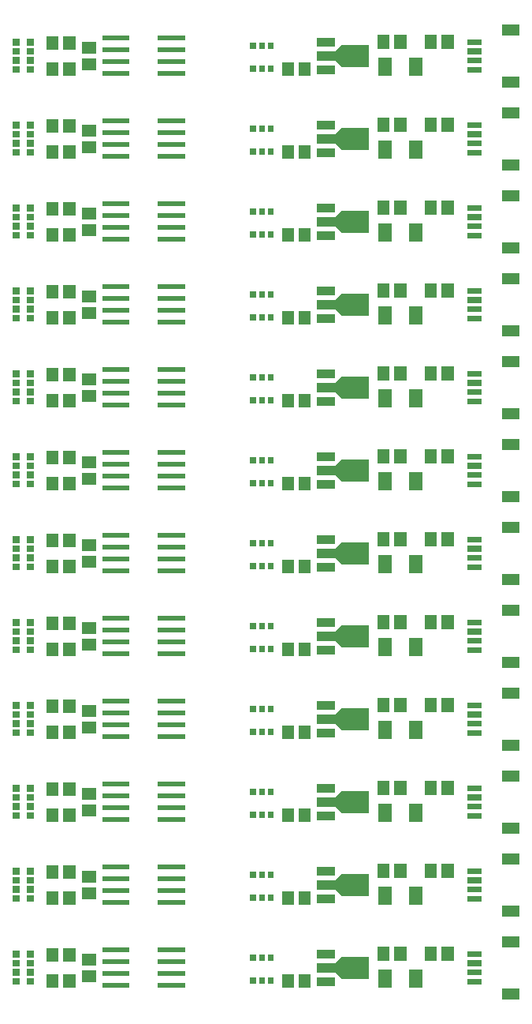
<source format=gbr>
G04 start of page 11 for group -4015 idx -4015 *
G04 Title: (unknown), toppaste *
G04 Creator: pcb 4.2.2 *
G04 CreationDate: Tue Dec 31 20:20:16 2024 UTC *
G04 For: ndholmes *
G04 Format: Gerber/RS-274X *
G04 PCB-Dimensions (mil): 3000.00 5500.00 *
G04 PCB-Coordinate-Origin: lower left *
%MOIN*%
%FSLAX25Y25*%
%LNTOPPASTE*%
%ADD54C,0.0001*%
G54D54*G36*
X228750Y466750D02*X223250D01*
Y459250D01*
X228750D01*
Y466750D01*
G37*
G36*
X215750D02*X210250D01*
Y459250D01*
X215750D01*
Y466750D01*
G37*
G36*
X85048Y466516D02*Y461398D01*
X90952D01*
Y466516D01*
X85048D01*
G37*
G36*
Y473602D02*Y468484D01*
X90952D01*
Y473602D01*
X85048D01*
G37*
G36*
X75016Y464952D02*X69898D01*
Y459048D01*
X75016D01*
Y464952D01*
G37*
G36*
X82102D02*X76984D01*
Y459048D01*
X82102D01*
Y464952D01*
G37*
G36*
X75016Y475952D02*X69898D01*
Y470048D01*
X75016D01*
Y475952D01*
G37*
G36*
X82102D02*X76984D01*
Y470048D01*
X82102D01*
Y475952D01*
G37*
G36*
X184126Y475296D02*Y471516D01*
X192000D01*
Y475296D01*
X184126D01*
G37*
G36*
Y469390D02*Y465610D01*
X199716D01*
Y469390D01*
X184126D01*
G37*
G36*
X194835Y472225D02*Y462775D01*
X206175D01*
Y472225D01*
X194835D01*
G37*
G36*
X196255Y470805D02*X194835Y472225D01*
X191995Y469385D01*
X193415Y467965D01*
X196255Y470805D01*
G37*
G36*
X193415Y467035D02*X191995Y465615D01*
X194835Y462775D01*
X196255Y464195D01*
X193415Y467035D01*
G37*
G36*
X184126Y463484D02*Y459704D01*
X192000D01*
Y463484D01*
X184126D01*
G37*
G36*
X181602Y464952D02*X176484D01*
Y459048D01*
X181602D01*
Y464952D01*
G37*
G36*
X174516D02*X169398D01*
Y459048D01*
X174516D01*
Y464952D01*
G37*
G36*
X215016Y476452D02*X209898D01*
Y470548D01*
X215016D01*
Y476452D01*
G37*
G36*
X222102D02*X216984D01*
Y470548D01*
X222102D01*
Y476452D01*
G37*
G36*
X235016D02*X229898D01*
Y470548D01*
X235016D01*
Y476452D01*
G37*
G36*
X242102D02*X236984D01*
Y470548D01*
X242102D01*
Y476452D01*
G37*
G36*
X96500Y476000D02*Y474000D01*
X105000D01*
Y476000D01*
X96500D01*
G37*
G36*
Y471000D02*Y469000D01*
X105000D01*
Y471000D01*
X96500D01*
G37*
G36*
Y466000D02*Y464000D01*
X105000D01*
Y466000D01*
X96500D01*
G37*
G36*
Y461000D02*Y459000D01*
X105000D01*
Y461000D01*
X96500D01*
G37*
G36*
X117000D02*Y459000D01*
X125500D01*
Y461000D01*
X117000D01*
G37*
G36*
Y466000D02*Y464000D01*
X125500D01*
Y466000D01*
X117000D01*
G37*
G36*
Y471000D02*Y469000D01*
X125500D01*
Y471000D01*
X117000D01*
G37*
G36*
Y476000D02*Y474000D01*
X125500D01*
Y476000D01*
X117000D01*
G37*
G36*
X93500D02*Y474000D01*
X102000D01*
Y476000D01*
X93500D01*
G37*
G36*
Y471000D02*Y469000D01*
X102000D01*
Y471000D01*
X93500D01*
G37*
G36*
Y466000D02*Y464000D01*
X102000D01*
Y466000D01*
X93500D01*
G37*
G36*
Y461000D02*Y459000D01*
X102000D01*
Y461000D01*
X93500D01*
G37*
G36*
X120000D02*Y459000D01*
X128500D01*
Y461000D01*
X120000D01*
G37*
G36*
Y466000D02*Y464000D01*
X128500D01*
Y466000D01*
X120000D01*
G37*
G36*
Y471000D02*Y469000D01*
X128500D01*
Y471000D01*
X120000D01*
G37*
G36*
Y476000D02*Y474000D01*
X128500D01*
Y476000D01*
X120000D01*
G37*
G36*
X61574Y463190D02*Y460354D01*
X64410D01*
Y463190D01*
X61574D01*
G37*
G36*
Y467008D02*Y464173D01*
X64410D01*
Y467008D01*
X61574D01*
G37*
G36*
Y470827D02*Y467992D01*
X64410D01*
Y470827D01*
X61574D01*
G37*
G36*
Y474646D02*Y471810D01*
X64410D01*
Y474646D01*
X61574D01*
G37*
G36*
X55590D02*Y471810D01*
X58426D01*
Y474646D01*
X55590D01*
G37*
G36*
Y470827D02*Y467992D01*
X58426D01*
Y470827D01*
X55590D01*
G37*
G36*
Y467008D02*Y464173D01*
X58426D01*
Y467008D01*
X55590D01*
G37*
G36*
Y463190D02*Y460354D01*
X58426D01*
Y463190D01*
X55590D01*
G37*
G36*
X247949Y462775D02*Y460413D01*
X254051D01*
Y462775D01*
X247949D01*
G37*
G36*
Y466712D02*Y464350D01*
X254051D01*
Y466712D01*
X247949D01*
G37*
G36*
Y470650D02*Y468288D01*
X254051D01*
Y470650D01*
X247949D01*
G37*
G36*
Y474587D02*Y472225D01*
X254051D01*
Y474587D01*
X247949D01*
G37*
G36*
X262713Y458838D02*Y454114D01*
X269799D01*
Y458838D01*
X262713D01*
G37*
G36*
Y480886D02*Y476162D01*
X269799D01*
Y480886D01*
X262713D01*
G37*
G36*
X165961Y473299D02*X163520D01*
Y470543D01*
X165961D01*
Y473299D01*
G37*
G36*
X162220D02*X159780D01*
Y470543D01*
X162220D01*
Y473299D01*
G37*
G36*
X158480D02*X156039D01*
Y470543D01*
X158480D01*
Y473299D01*
G37*
G36*
Y463457D02*X156039D01*
Y460701D01*
X158480D01*
Y463457D01*
G37*
G36*
X162220D02*X159780D01*
Y460701D01*
X162220D01*
Y463457D01*
G37*
G36*
X165961D02*X163520D01*
Y460701D01*
X165961D01*
Y463457D01*
G37*
G36*
X228750Y431750D02*X223250D01*
Y424250D01*
X228750D01*
Y431750D01*
G37*
G36*
X215750D02*X210250D01*
Y424250D01*
X215750D01*
Y431750D01*
G37*
G36*
X85048Y431516D02*Y426398D01*
X90952D01*
Y431516D01*
X85048D01*
G37*
G36*
Y438602D02*Y433484D01*
X90952D01*
Y438602D01*
X85048D01*
G37*
G36*
X75016Y429952D02*X69898D01*
Y424048D01*
X75016D01*
Y429952D01*
G37*
G36*
X82102D02*X76984D01*
Y424048D01*
X82102D01*
Y429952D01*
G37*
G36*
X75016Y440952D02*X69898D01*
Y435048D01*
X75016D01*
Y440952D01*
G37*
G36*
X82102D02*X76984D01*
Y435048D01*
X82102D01*
Y440952D01*
G37*
G36*
X184126Y440296D02*Y436516D01*
X192000D01*
Y440296D01*
X184126D01*
G37*
G36*
Y434390D02*Y430610D01*
X199716D01*
Y434390D01*
X184126D01*
G37*
G36*
X194835Y437225D02*Y427775D01*
X206175D01*
Y437225D01*
X194835D01*
G37*
G36*
X196255Y435805D02*X194835Y437225D01*
X191995Y434385D01*
X193415Y432965D01*
X196255Y435805D01*
G37*
G36*
X193415Y432035D02*X191995Y430615D01*
X194835Y427775D01*
X196255Y429195D01*
X193415Y432035D01*
G37*
G36*
X184126Y428484D02*Y424704D01*
X192000D01*
Y428484D01*
X184126D01*
G37*
G36*
X181602Y429952D02*X176484D01*
Y424048D01*
X181602D01*
Y429952D01*
G37*
G36*
X174516D02*X169398D01*
Y424048D01*
X174516D01*
Y429952D01*
G37*
G36*
X215016Y441452D02*X209898D01*
Y435548D01*
X215016D01*
Y441452D01*
G37*
G36*
X222102D02*X216984D01*
Y435548D01*
X222102D01*
Y441452D01*
G37*
G36*
X235016D02*X229898D01*
Y435548D01*
X235016D01*
Y441452D01*
G37*
G36*
X242102D02*X236984D01*
Y435548D01*
X242102D01*
Y441452D01*
G37*
G36*
X96500Y441000D02*Y439000D01*
X105000D01*
Y441000D01*
X96500D01*
G37*
G36*
Y436000D02*Y434000D01*
X105000D01*
Y436000D01*
X96500D01*
G37*
G36*
Y431000D02*Y429000D01*
X105000D01*
Y431000D01*
X96500D01*
G37*
G36*
Y426000D02*Y424000D01*
X105000D01*
Y426000D01*
X96500D01*
G37*
G36*
X117000D02*Y424000D01*
X125500D01*
Y426000D01*
X117000D01*
G37*
G36*
Y431000D02*Y429000D01*
X125500D01*
Y431000D01*
X117000D01*
G37*
G36*
Y436000D02*Y434000D01*
X125500D01*
Y436000D01*
X117000D01*
G37*
G36*
Y441000D02*Y439000D01*
X125500D01*
Y441000D01*
X117000D01*
G37*
G36*
X93500D02*Y439000D01*
X102000D01*
Y441000D01*
X93500D01*
G37*
G36*
Y436000D02*Y434000D01*
X102000D01*
Y436000D01*
X93500D01*
G37*
G36*
Y431000D02*Y429000D01*
X102000D01*
Y431000D01*
X93500D01*
G37*
G36*
Y426000D02*Y424000D01*
X102000D01*
Y426000D01*
X93500D01*
G37*
G36*
X120000D02*Y424000D01*
X128500D01*
Y426000D01*
X120000D01*
G37*
G36*
Y431000D02*Y429000D01*
X128500D01*
Y431000D01*
X120000D01*
G37*
G36*
Y436000D02*Y434000D01*
X128500D01*
Y436000D01*
X120000D01*
G37*
G36*
Y441000D02*Y439000D01*
X128500D01*
Y441000D01*
X120000D01*
G37*
G36*
X61574Y428190D02*Y425354D01*
X64410D01*
Y428190D01*
X61574D01*
G37*
G36*
Y432008D02*Y429173D01*
X64410D01*
Y432008D01*
X61574D01*
G37*
G36*
Y435827D02*Y432992D01*
X64410D01*
Y435827D01*
X61574D01*
G37*
G36*
Y439646D02*Y436810D01*
X64410D01*
Y439646D01*
X61574D01*
G37*
G36*
X55590D02*Y436810D01*
X58426D01*
Y439646D01*
X55590D01*
G37*
G36*
Y435827D02*Y432992D01*
X58426D01*
Y435827D01*
X55590D01*
G37*
G36*
Y432008D02*Y429173D01*
X58426D01*
Y432008D01*
X55590D01*
G37*
G36*
Y428190D02*Y425354D01*
X58426D01*
Y428190D01*
X55590D01*
G37*
G36*
X247949Y427775D02*Y425413D01*
X254051D01*
Y427775D01*
X247949D01*
G37*
G36*
Y431712D02*Y429350D01*
X254051D01*
Y431712D01*
X247949D01*
G37*
G36*
Y435650D02*Y433288D01*
X254051D01*
Y435650D01*
X247949D01*
G37*
G36*
Y439587D02*Y437225D01*
X254051D01*
Y439587D01*
X247949D01*
G37*
G36*
X262713Y423838D02*Y419114D01*
X269799D01*
Y423838D01*
X262713D01*
G37*
G36*
Y445886D02*Y441162D01*
X269799D01*
Y445886D01*
X262713D01*
G37*
G36*
X165961Y438299D02*X163520D01*
Y435543D01*
X165961D01*
Y438299D01*
G37*
G36*
X162220D02*X159780D01*
Y435543D01*
X162220D01*
Y438299D01*
G37*
G36*
X158480D02*X156039D01*
Y435543D01*
X158480D01*
Y438299D01*
G37*
G36*
Y428457D02*X156039D01*
Y425701D01*
X158480D01*
Y428457D01*
G37*
G36*
X162220D02*X159780D01*
Y425701D01*
X162220D01*
Y428457D01*
G37*
G36*
X165961D02*X163520D01*
Y425701D01*
X165961D01*
Y428457D01*
G37*
G36*
X228750Y396750D02*X223250D01*
Y389250D01*
X228750D01*
Y396750D01*
G37*
G36*
X215750D02*X210250D01*
Y389250D01*
X215750D01*
Y396750D01*
G37*
G36*
X85048Y396516D02*Y391398D01*
X90952D01*
Y396516D01*
X85048D01*
G37*
G36*
Y403602D02*Y398484D01*
X90952D01*
Y403602D01*
X85048D01*
G37*
G36*
X75016Y394952D02*X69898D01*
Y389048D01*
X75016D01*
Y394952D01*
G37*
G36*
X82102D02*X76984D01*
Y389048D01*
X82102D01*
Y394952D01*
G37*
G36*
X75016Y405952D02*X69898D01*
Y400048D01*
X75016D01*
Y405952D01*
G37*
G36*
X82102D02*X76984D01*
Y400048D01*
X82102D01*
Y405952D01*
G37*
G36*
X184126Y405296D02*Y401516D01*
X192000D01*
Y405296D01*
X184126D01*
G37*
G36*
Y399390D02*Y395610D01*
X199716D01*
Y399390D01*
X184126D01*
G37*
G36*
X194835Y402225D02*Y392775D01*
X206175D01*
Y402225D01*
X194835D01*
G37*
G36*
X196255Y400805D02*X194835Y402225D01*
X191995Y399385D01*
X193415Y397965D01*
X196255Y400805D01*
G37*
G36*
X193415Y397035D02*X191995Y395615D01*
X194835Y392775D01*
X196255Y394195D01*
X193415Y397035D01*
G37*
G36*
X184126Y393484D02*Y389704D01*
X192000D01*
Y393484D01*
X184126D01*
G37*
G36*
X181602Y394952D02*X176484D01*
Y389048D01*
X181602D01*
Y394952D01*
G37*
G36*
X174516D02*X169398D01*
Y389048D01*
X174516D01*
Y394952D01*
G37*
G36*
X215016Y406452D02*X209898D01*
Y400548D01*
X215016D01*
Y406452D01*
G37*
G36*
X222102D02*X216984D01*
Y400548D01*
X222102D01*
Y406452D01*
G37*
G36*
X235016D02*X229898D01*
Y400548D01*
X235016D01*
Y406452D01*
G37*
G36*
X242102D02*X236984D01*
Y400548D01*
X242102D01*
Y406452D01*
G37*
G36*
X96500Y406000D02*Y404000D01*
X105000D01*
Y406000D01*
X96500D01*
G37*
G36*
Y401000D02*Y399000D01*
X105000D01*
Y401000D01*
X96500D01*
G37*
G36*
Y396000D02*Y394000D01*
X105000D01*
Y396000D01*
X96500D01*
G37*
G36*
Y391000D02*Y389000D01*
X105000D01*
Y391000D01*
X96500D01*
G37*
G36*
X117000D02*Y389000D01*
X125500D01*
Y391000D01*
X117000D01*
G37*
G36*
Y396000D02*Y394000D01*
X125500D01*
Y396000D01*
X117000D01*
G37*
G36*
Y401000D02*Y399000D01*
X125500D01*
Y401000D01*
X117000D01*
G37*
G36*
Y406000D02*Y404000D01*
X125500D01*
Y406000D01*
X117000D01*
G37*
G36*
X93500D02*Y404000D01*
X102000D01*
Y406000D01*
X93500D01*
G37*
G36*
Y401000D02*Y399000D01*
X102000D01*
Y401000D01*
X93500D01*
G37*
G36*
Y396000D02*Y394000D01*
X102000D01*
Y396000D01*
X93500D01*
G37*
G36*
Y391000D02*Y389000D01*
X102000D01*
Y391000D01*
X93500D01*
G37*
G36*
X120000D02*Y389000D01*
X128500D01*
Y391000D01*
X120000D01*
G37*
G36*
Y396000D02*Y394000D01*
X128500D01*
Y396000D01*
X120000D01*
G37*
G36*
Y401000D02*Y399000D01*
X128500D01*
Y401000D01*
X120000D01*
G37*
G36*
Y406000D02*Y404000D01*
X128500D01*
Y406000D01*
X120000D01*
G37*
G36*
X61574Y393190D02*Y390354D01*
X64410D01*
Y393190D01*
X61574D01*
G37*
G36*
Y397008D02*Y394174D01*
X64410D01*
Y397008D01*
X61574D01*
G37*
G36*
Y400826D02*Y397992D01*
X64410D01*
Y400826D01*
X61574D01*
G37*
G36*
Y404646D02*Y401810D01*
X64410D01*
Y404646D01*
X61574D01*
G37*
G36*
X55590D02*Y401810D01*
X58426D01*
Y404646D01*
X55590D01*
G37*
G36*
Y400826D02*Y397992D01*
X58426D01*
Y400826D01*
X55590D01*
G37*
G36*
Y397008D02*Y394174D01*
X58426D01*
Y397008D01*
X55590D01*
G37*
G36*
Y393190D02*Y390354D01*
X58426D01*
Y393190D01*
X55590D01*
G37*
G36*
X247949Y392775D02*Y390413D01*
X254051D01*
Y392775D01*
X247949D01*
G37*
G36*
Y396712D02*Y394350D01*
X254051D01*
Y396712D01*
X247949D01*
G37*
G36*
Y400650D02*Y398288D01*
X254051D01*
Y400650D01*
X247949D01*
G37*
G36*
Y404587D02*Y402225D01*
X254051D01*
Y404587D01*
X247949D01*
G37*
G36*
X262713Y388838D02*Y384114D01*
X269799D01*
Y388838D01*
X262713D01*
G37*
G36*
Y410886D02*Y406162D01*
X269799D01*
Y410886D01*
X262713D01*
G37*
G36*
X165961Y403299D02*X163520D01*
Y400543D01*
X165961D01*
Y403299D01*
G37*
G36*
X162220D02*X159780D01*
Y400543D01*
X162220D01*
Y403299D01*
G37*
G36*
X158480D02*X156039D01*
Y400543D01*
X158480D01*
Y403299D01*
G37*
G36*
Y393457D02*X156039D01*
Y390701D01*
X158480D01*
Y393457D01*
G37*
G36*
X162220D02*X159780D01*
Y390701D01*
X162220D01*
Y393457D01*
G37*
G36*
X165961D02*X163520D01*
Y390701D01*
X165961D01*
Y393457D01*
G37*
G36*
X228750Y361750D02*X223250D01*
Y354250D01*
X228750D01*
Y361750D01*
G37*
G36*
X215750D02*X210250D01*
Y354250D01*
X215750D01*
Y361750D01*
G37*
G36*
X85048Y361516D02*Y356398D01*
X90952D01*
Y361516D01*
X85048D01*
G37*
G36*
Y368602D02*Y363484D01*
X90952D01*
Y368602D01*
X85048D01*
G37*
G36*
X75016Y359952D02*X69898D01*
Y354048D01*
X75016D01*
Y359952D01*
G37*
G36*
X82102D02*X76984D01*
Y354048D01*
X82102D01*
Y359952D01*
G37*
G36*
X75016Y370952D02*X69898D01*
Y365048D01*
X75016D01*
Y370952D01*
G37*
G36*
X82102D02*X76984D01*
Y365048D01*
X82102D01*
Y370952D01*
G37*
G36*
X184126Y370296D02*Y366516D01*
X192000D01*
Y370296D01*
X184126D01*
G37*
G36*
Y364390D02*Y360610D01*
X199716D01*
Y364390D01*
X184126D01*
G37*
G36*
X194835Y367225D02*Y357775D01*
X206175D01*
Y367225D01*
X194835D01*
G37*
G36*
X196255Y365805D02*X194835Y367225D01*
X191995Y364385D01*
X193415Y362965D01*
X196255Y365805D01*
G37*
G36*
X193415Y362035D02*X191995Y360615D01*
X194835Y357775D01*
X196255Y359195D01*
X193415Y362035D01*
G37*
G36*
X184126Y358484D02*Y354704D01*
X192000D01*
Y358484D01*
X184126D01*
G37*
G36*
X181602Y359952D02*X176484D01*
Y354048D01*
X181602D01*
Y359952D01*
G37*
G36*
X174516D02*X169398D01*
Y354048D01*
X174516D01*
Y359952D01*
G37*
G36*
X215016Y371452D02*X209898D01*
Y365548D01*
X215016D01*
Y371452D01*
G37*
G36*
X222102D02*X216984D01*
Y365548D01*
X222102D01*
Y371452D01*
G37*
G36*
X235016D02*X229898D01*
Y365548D01*
X235016D01*
Y371452D01*
G37*
G36*
X242102D02*X236984D01*
Y365548D01*
X242102D01*
Y371452D01*
G37*
G36*
X96500Y371000D02*Y369000D01*
X105000D01*
Y371000D01*
X96500D01*
G37*
G36*
Y366000D02*Y364000D01*
X105000D01*
Y366000D01*
X96500D01*
G37*
G36*
Y361000D02*Y359000D01*
X105000D01*
Y361000D01*
X96500D01*
G37*
G36*
Y356000D02*Y354000D01*
X105000D01*
Y356000D01*
X96500D01*
G37*
G36*
X117000D02*Y354000D01*
X125500D01*
Y356000D01*
X117000D01*
G37*
G36*
Y361000D02*Y359000D01*
X125500D01*
Y361000D01*
X117000D01*
G37*
G36*
Y366000D02*Y364000D01*
X125500D01*
Y366000D01*
X117000D01*
G37*
G36*
Y371000D02*Y369000D01*
X125500D01*
Y371000D01*
X117000D01*
G37*
G36*
X93500D02*Y369000D01*
X102000D01*
Y371000D01*
X93500D01*
G37*
G36*
Y366000D02*Y364000D01*
X102000D01*
Y366000D01*
X93500D01*
G37*
G36*
Y361000D02*Y359000D01*
X102000D01*
Y361000D01*
X93500D01*
G37*
G36*
Y356000D02*Y354000D01*
X102000D01*
Y356000D01*
X93500D01*
G37*
G36*
X120000D02*Y354000D01*
X128500D01*
Y356000D01*
X120000D01*
G37*
G36*
Y361000D02*Y359000D01*
X128500D01*
Y361000D01*
X120000D01*
G37*
G36*
Y366000D02*Y364000D01*
X128500D01*
Y366000D01*
X120000D01*
G37*
G36*
Y371000D02*Y369000D01*
X128500D01*
Y371000D01*
X120000D01*
G37*
G36*
X61574Y358190D02*Y355354D01*
X64410D01*
Y358190D01*
X61574D01*
G37*
G36*
Y362008D02*Y359174D01*
X64410D01*
Y362008D01*
X61574D01*
G37*
G36*
Y365826D02*Y362992D01*
X64410D01*
Y365826D01*
X61574D01*
G37*
G36*
Y369646D02*Y366810D01*
X64410D01*
Y369646D01*
X61574D01*
G37*
G36*
X55590D02*Y366810D01*
X58426D01*
Y369646D01*
X55590D01*
G37*
G36*
Y365826D02*Y362992D01*
X58426D01*
Y365826D01*
X55590D01*
G37*
G36*
Y362008D02*Y359174D01*
X58426D01*
Y362008D01*
X55590D01*
G37*
G36*
Y358190D02*Y355354D01*
X58426D01*
Y358190D01*
X55590D01*
G37*
G36*
X247949Y357775D02*Y355413D01*
X254051D01*
Y357775D01*
X247949D01*
G37*
G36*
Y361712D02*Y359350D01*
X254051D01*
Y361712D01*
X247949D01*
G37*
G36*
Y365650D02*Y363288D01*
X254051D01*
Y365650D01*
X247949D01*
G37*
G36*
Y369587D02*Y367225D01*
X254051D01*
Y369587D01*
X247949D01*
G37*
G36*
X262713Y353838D02*Y349114D01*
X269799D01*
Y353838D01*
X262713D01*
G37*
G36*
Y375886D02*Y371162D01*
X269799D01*
Y375886D01*
X262713D01*
G37*
G36*
X165961Y368299D02*X163520D01*
Y365543D01*
X165961D01*
Y368299D01*
G37*
G36*
X162220D02*X159780D01*
Y365543D01*
X162220D01*
Y368299D01*
G37*
G36*
X158480D02*X156039D01*
Y365543D01*
X158480D01*
Y368299D01*
G37*
G36*
Y358457D02*X156039D01*
Y355701D01*
X158480D01*
Y358457D01*
G37*
G36*
X162220D02*X159780D01*
Y355701D01*
X162220D01*
Y358457D01*
G37*
G36*
X165961D02*X163520D01*
Y355701D01*
X165961D01*
Y358457D01*
G37*
G36*
X228750Y326750D02*X223250D01*
Y319250D01*
X228750D01*
Y326750D01*
G37*
G36*
X215750D02*X210250D01*
Y319250D01*
X215750D01*
Y326750D01*
G37*
G36*
X85048Y326516D02*Y321398D01*
X90952D01*
Y326516D01*
X85048D01*
G37*
G36*
Y333602D02*Y328484D01*
X90952D01*
Y333602D01*
X85048D01*
G37*
G36*
X75016Y324952D02*X69898D01*
Y319048D01*
X75016D01*
Y324952D01*
G37*
G36*
X82102D02*X76984D01*
Y319048D01*
X82102D01*
Y324952D01*
G37*
G36*
X75016Y335952D02*X69898D01*
Y330048D01*
X75016D01*
Y335952D01*
G37*
G36*
X82102D02*X76984D01*
Y330048D01*
X82102D01*
Y335952D01*
G37*
G36*
X184126Y335296D02*Y331516D01*
X192000D01*
Y335296D01*
X184126D01*
G37*
G36*
Y329390D02*Y325610D01*
X199716D01*
Y329390D01*
X184126D01*
G37*
G36*
X194835Y332225D02*Y322775D01*
X206175D01*
Y332225D01*
X194835D01*
G37*
G36*
X196255Y330805D02*X194835Y332225D01*
X191995Y329385D01*
X193415Y327965D01*
X196255Y330805D01*
G37*
G36*
X193415Y327035D02*X191995Y325615D01*
X194835Y322775D01*
X196255Y324195D01*
X193415Y327035D01*
G37*
G36*
X184126Y323484D02*Y319704D01*
X192000D01*
Y323484D01*
X184126D01*
G37*
G36*
X181602Y324952D02*X176484D01*
Y319048D01*
X181602D01*
Y324952D01*
G37*
G36*
X174516D02*X169398D01*
Y319048D01*
X174516D01*
Y324952D01*
G37*
G36*
X215016Y336452D02*X209898D01*
Y330548D01*
X215016D01*
Y336452D01*
G37*
G36*
X222102D02*X216984D01*
Y330548D01*
X222102D01*
Y336452D01*
G37*
G36*
X235016D02*X229898D01*
Y330548D01*
X235016D01*
Y336452D01*
G37*
G36*
X242102D02*X236984D01*
Y330548D01*
X242102D01*
Y336452D01*
G37*
G36*
X96500Y336000D02*Y334000D01*
X105000D01*
Y336000D01*
X96500D01*
G37*
G36*
Y331000D02*Y329000D01*
X105000D01*
Y331000D01*
X96500D01*
G37*
G36*
Y326000D02*Y324000D01*
X105000D01*
Y326000D01*
X96500D01*
G37*
G36*
Y321000D02*Y319000D01*
X105000D01*
Y321000D01*
X96500D01*
G37*
G36*
X117000D02*Y319000D01*
X125500D01*
Y321000D01*
X117000D01*
G37*
G36*
Y326000D02*Y324000D01*
X125500D01*
Y326000D01*
X117000D01*
G37*
G36*
Y331000D02*Y329000D01*
X125500D01*
Y331000D01*
X117000D01*
G37*
G36*
Y336000D02*Y334000D01*
X125500D01*
Y336000D01*
X117000D01*
G37*
G36*
X93500D02*Y334000D01*
X102000D01*
Y336000D01*
X93500D01*
G37*
G36*
Y331000D02*Y329000D01*
X102000D01*
Y331000D01*
X93500D01*
G37*
G36*
Y326000D02*Y324000D01*
X102000D01*
Y326000D01*
X93500D01*
G37*
G36*
Y321000D02*Y319000D01*
X102000D01*
Y321000D01*
X93500D01*
G37*
G36*
X120000D02*Y319000D01*
X128500D01*
Y321000D01*
X120000D01*
G37*
G36*
Y326000D02*Y324000D01*
X128500D01*
Y326000D01*
X120000D01*
G37*
G36*
Y331000D02*Y329000D01*
X128500D01*
Y331000D01*
X120000D01*
G37*
G36*
Y336000D02*Y334000D01*
X128500D01*
Y336000D01*
X120000D01*
G37*
G36*
X61574Y323190D02*Y320354D01*
X64410D01*
Y323190D01*
X61574D01*
G37*
G36*
Y327008D02*Y324174D01*
X64410D01*
Y327008D01*
X61574D01*
G37*
G36*
Y330826D02*Y327992D01*
X64410D01*
Y330826D01*
X61574D01*
G37*
G36*
Y334646D02*Y331810D01*
X64410D01*
Y334646D01*
X61574D01*
G37*
G36*
X55590D02*Y331810D01*
X58426D01*
Y334646D01*
X55590D01*
G37*
G36*
Y330826D02*Y327992D01*
X58426D01*
Y330826D01*
X55590D01*
G37*
G36*
Y327008D02*Y324174D01*
X58426D01*
Y327008D01*
X55590D01*
G37*
G36*
Y323190D02*Y320354D01*
X58426D01*
Y323190D01*
X55590D01*
G37*
G36*
X247949Y322775D02*Y320413D01*
X254051D01*
Y322775D01*
X247949D01*
G37*
G36*
Y326712D02*Y324350D01*
X254051D01*
Y326712D01*
X247949D01*
G37*
G36*
Y330650D02*Y328288D01*
X254051D01*
Y330650D01*
X247949D01*
G37*
G36*
Y334587D02*Y332225D01*
X254051D01*
Y334587D01*
X247949D01*
G37*
G36*
X262713Y318838D02*Y314114D01*
X269799D01*
Y318838D01*
X262713D01*
G37*
G36*
Y340886D02*Y336162D01*
X269799D01*
Y340886D01*
X262713D01*
G37*
G36*
X165961Y333299D02*X163520D01*
Y330543D01*
X165961D01*
Y333299D01*
G37*
G36*
X162220D02*X159780D01*
Y330543D01*
X162220D01*
Y333299D01*
G37*
G36*
X158480D02*X156039D01*
Y330543D01*
X158480D01*
Y333299D01*
G37*
G36*
Y323457D02*X156039D01*
Y320701D01*
X158480D01*
Y323457D01*
G37*
G36*
X162220D02*X159780D01*
Y320701D01*
X162220D01*
Y323457D01*
G37*
G36*
X165961D02*X163520D01*
Y320701D01*
X165961D01*
Y323457D01*
G37*
G36*
X228750Y291750D02*X223250D01*
Y284250D01*
X228750D01*
Y291750D01*
G37*
G36*
X215750D02*X210250D01*
Y284250D01*
X215750D01*
Y291750D01*
G37*
G36*
X85048Y291516D02*Y286398D01*
X90952D01*
Y291516D01*
X85048D01*
G37*
G36*
Y298602D02*Y293484D01*
X90952D01*
Y298602D01*
X85048D01*
G37*
G36*
X75016Y289952D02*X69898D01*
Y284048D01*
X75016D01*
Y289952D01*
G37*
G36*
X82102D02*X76984D01*
Y284048D01*
X82102D01*
Y289952D01*
G37*
G36*
X75016Y300952D02*X69898D01*
Y295048D01*
X75016D01*
Y300952D01*
G37*
G36*
X82102D02*X76984D01*
Y295048D01*
X82102D01*
Y300952D01*
G37*
G36*
X184126Y300296D02*Y296516D01*
X192000D01*
Y300296D01*
X184126D01*
G37*
G36*
Y294390D02*Y290610D01*
X199716D01*
Y294390D01*
X184126D01*
G37*
G36*
X194835Y297225D02*Y287775D01*
X206175D01*
Y297225D01*
X194835D01*
G37*
G36*
X196255Y295805D02*X194835Y297225D01*
X191995Y294385D01*
X193415Y292965D01*
X196255Y295805D01*
G37*
G36*
X193415Y292035D02*X191995Y290615D01*
X194835Y287775D01*
X196255Y289195D01*
X193415Y292035D01*
G37*
G36*
X184126Y288484D02*Y284704D01*
X192000D01*
Y288484D01*
X184126D01*
G37*
G36*
X181602Y289952D02*X176484D01*
Y284048D01*
X181602D01*
Y289952D01*
G37*
G36*
X174516D02*X169398D01*
Y284048D01*
X174516D01*
Y289952D01*
G37*
G36*
X215016Y301452D02*X209898D01*
Y295548D01*
X215016D01*
Y301452D01*
G37*
G36*
X222102D02*X216984D01*
Y295548D01*
X222102D01*
Y301452D01*
G37*
G36*
X235016D02*X229898D01*
Y295548D01*
X235016D01*
Y301452D01*
G37*
G36*
X242102D02*X236984D01*
Y295548D01*
X242102D01*
Y301452D01*
G37*
G36*
X96500Y301000D02*Y299000D01*
X105000D01*
Y301000D01*
X96500D01*
G37*
G36*
Y296000D02*Y294000D01*
X105000D01*
Y296000D01*
X96500D01*
G37*
G36*
Y291000D02*Y289000D01*
X105000D01*
Y291000D01*
X96500D01*
G37*
G36*
Y286000D02*Y284000D01*
X105000D01*
Y286000D01*
X96500D01*
G37*
G36*
X117000D02*Y284000D01*
X125500D01*
Y286000D01*
X117000D01*
G37*
G36*
Y291000D02*Y289000D01*
X125500D01*
Y291000D01*
X117000D01*
G37*
G36*
Y296000D02*Y294000D01*
X125500D01*
Y296000D01*
X117000D01*
G37*
G36*
Y301000D02*Y299000D01*
X125500D01*
Y301000D01*
X117000D01*
G37*
G36*
X93500D02*Y299000D01*
X102000D01*
Y301000D01*
X93500D01*
G37*
G36*
Y296000D02*Y294000D01*
X102000D01*
Y296000D01*
X93500D01*
G37*
G36*
Y291000D02*Y289000D01*
X102000D01*
Y291000D01*
X93500D01*
G37*
G36*
Y286000D02*Y284000D01*
X102000D01*
Y286000D01*
X93500D01*
G37*
G36*
X120000D02*Y284000D01*
X128500D01*
Y286000D01*
X120000D01*
G37*
G36*
Y291000D02*Y289000D01*
X128500D01*
Y291000D01*
X120000D01*
G37*
G36*
Y296000D02*Y294000D01*
X128500D01*
Y296000D01*
X120000D01*
G37*
G36*
Y301000D02*Y299000D01*
X128500D01*
Y301000D01*
X120000D01*
G37*
G36*
X61574Y288190D02*Y285354D01*
X64410D01*
Y288190D01*
X61574D01*
G37*
G36*
Y292008D02*Y289174D01*
X64410D01*
Y292008D01*
X61574D01*
G37*
G36*
Y295826D02*Y292992D01*
X64410D01*
Y295826D01*
X61574D01*
G37*
G36*
Y299646D02*Y296810D01*
X64410D01*
Y299646D01*
X61574D01*
G37*
G36*
X55590D02*Y296810D01*
X58426D01*
Y299646D01*
X55590D01*
G37*
G36*
Y295826D02*Y292992D01*
X58426D01*
Y295826D01*
X55590D01*
G37*
G36*
Y292008D02*Y289174D01*
X58426D01*
Y292008D01*
X55590D01*
G37*
G36*
Y288190D02*Y285354D01*
X58426D01*
Y288190D01*
X55590D01*
G37*
G36*
X247949Y287775D02*Y285413D01*
X254051D01*
Y287775D01*
X247949D01*
G37*
G36*
Y291712D02*Y289350D01*
X254051D01*
Y291712D01*
X247949D01*
G37*
G36*
Y295650D02*Y293288D01*
X254051D01*
Y295650D01*
X247949D01*
G37*
G36*
Y299587D02*Y297225D01*
X254051D01*
Y299587D01*
X247949D01*
G37*
G36*
X262713Y283838D02*Y279114D01*
X269799D01*
Y283838D01*
X262713D01*
G37*
G36*
Y305886D02*Y301162D01*
X269799D01*
Y305886D01*
X262713D01*
G37*
G36*
X165961Y298299D02*X163520D01*
Y295543D01*
X165961D01*
Y298299D01*
G37*
G36*
X162220D02*X159780D01*
Y295543D01*
X162220D01*
Y298299D01*
G37*
G36*
X158480D02*X156039D01*
Y295543D01*
X158480D01*
Y298299D01*
G37*
G36*
Y288457D02*X156039D01*
Y285701D01*
X158480D01*
Y288457D01*
G37*
G36*
X162220D02*X159780D01*
Y285701D01*
X162220D01*
Y288457D01*
G37*
G36*
X165961D02*X163520D01*
Y285701D01*
X165961D01*
Y288457D01*
G37*
G36*
X228750Y256750D02*X223250D01*
Y249250D01*
X228750D01*
Y256750D01*
G37*
G36*
X215750D02*X210250D01*
Y249250D01*
X215750D01*
Y256750D01*
G37*
G36*
X85048Y256516D02*Y251398D01*
X90952D01*
Y256516D01*
X85048D01*
G37*
G36*
Y263602D02*Y258484D01*
X90952D01*
Y263602D01*
X85048D01*
G37*
G36*
X75016Y254952D02*X69898D01*
Y249048D01*
X75016D01*
Y254952D01*
G37*
G36*
X82102D02*X76984D01*
Y249048D01*
X82102D01*
Y254952D01*
G37*
G36*
X75016Y265952D02*X69898D01*
Y260048D01*
X75016D01*
Y265952D01*
G37*
G36*
X82102D02*X76984D01*
Y260048D01*
X82102D01*
Y265952D01*
G37*
G36*
X184126Y265296D02*Y261516D01*
X192000D01*
Y265296D01*
X184126D01*
G37*
G36*
Y259390D02*Y255610D01*
X199716D01*
Y259390D01*
X184126D01*
G37*
G36*
X194835Y262225D02*Y252775D01*
X206175D01*
Y262225D01*
X194835D01*
G37*
G36*
X196255Y260805D02*X194835Y262225D01*
X191995Y259385D01*
X193415Y257965D01*
X196255Y260805D01*
G37*
G36*
X193415Y257035D02*X191995Y255615D01*
X194835Y252775D01*
X196255Y254195D01*
X193415Y257035D01*
G37*
G36*
X184126Y253484D02*Y249704D01*
X192000D01*
Y253484D01*
X184126D01*
G37*
G36*
X181602Y254952D02*X176484D01*
Y249048D01*
X181602D01*
Y254952D01*
G37*
G36*
X174516D02*X169398D01*
Y249048D01*
X174516D01*
Y254952D01*
G37*
G36*
X215016Y266452D02*X209898D01*
Y260548D01*
X215016D01*
Y266452D01*
G37*
G36*
X222102D02*X216984D01*
Y260548D01*
X222102D01*
Y266452D01*
G37*
G36*
X235016D02*X229898D01*
Y260548D01*
X235016D01*
Y266452D01*
G37*
G36*
X242102D02*X236984D01*
Y260548D01*
X242102D01*
Y266452D01*
G37*
G36*
X96500Y266000D02*Y264000D01*
X105000D01*
Y266000D01*
X96500D01*
G37*
G36*
Y261000D02*Y259000D01*
X105000D01*
Y261000D01*
X96500D01*
G37*
G36*
Y256000D02*Y254000D01*
X105000D01*
Y256000D01*
X96500D01*
G37*
G36*
Y251000D02*Y249000D01*
X105000D01*
Y251000D01*
X96500D01*
G37*
G36*
X117000D02*Y249000D01*
X125500D01*
Y251000D01*
X117000D01*
G37*
G36*
Y256000D02*Y254000D01*
X125500D01*
Y256000D01*
X117000D01*
G37*
G36*
Y261000D02*Y259000D01*
X125500D01*
Y261000D01*
X117000D01*
G37*
G36*
Y266000D02*Y264000D01*
X125500D01*
Y266000D01*
X117000D01*
G37*
G36*
X93500D02*Y264000D01*
X102000D01*
Y266000D01*
X93500D01*
G37*
G36*
Y261000D02*Y259000D01*
X102000D01*
Y261000D01*
X93500D01*
G37*
G36*
Y256000D02*Y254000D01*
X102000D01*
Y256000D01*
X93500D01*
G37*
G36*
Y251000D02*Y249000D01*
X102000D01*
Y251000D01*
X93500D01*
G37*
G36*
X120000D02*Y249000D01*
X128500D01*
Y251000D01*
X120000D01*
G37*
G36*
Y256000D02*Y254000D01*
X128500D01*
Y256000D01*
X120000D01*
G37*
G36*
Y261000D02*Y259000D01*
X128500D01*
Y261000D01*
X120000D01*
G37*
G36*
Y266000D02*Y264000D01*
X128500D01*
Y266000D01*
X120000D01*
G37*
G36*
X61574Y253190D02*Y250354D01*
X64410D01*
Y253190D01*
X61574D01*
G37*
G36*
Y257008D02*Y254174D01*
X64410D01*
Y257008D01*
X61574D01*
G37*
G36*
Y260826D02*Y257992D01*
X64410D01*
Y260826D01*
X61574D01*
G37*
G36*
Y264646D02*Y261810D01*
X64410D01*
Y264646D01*
X61574D01*
G37*
G36*
X55590D02*Y261810D01*
X58426D01*
Y264646D01*
X55590D01*
G37*
G36*
Y260826D02*Y257992D01*
X58426D01*
Y260826D01*
X55590D01*
G37*
G36*
Y257008D02*Y254174D01*
X58426D01*
Y257008D01*
X55590D01*
G37*
G36*
Y253190D02*Y250354D01*
X58426D01*
Y253190D01*
X55590D01*
G37*
G36*
X247949Y252775D02*Y250413D01*
X254051D01*
Y252775D01*
X247949D01*
G37*
G36*
Y256712D02*Y254350D01*
X254051D01*
Y256712D01*
X247949D01*
G37*
G36*
Y260650D02*Y258288D01*
X254051D01*
Y260650D01*
X247949D01*
G37*
G36*
Y264587D02*Y262225D01*
X254051D01*
Y264587D01*
X247949D01*
G37*
G36*
X262713Y248838D02*Y244114D01*
X269799D01*
Y248838D01*
X262713D01*
G37*
G36*
Y270886D02*Y266162D01*
X269799D01*
Y270886D01*
X262713D01*
G37*
G36*
X165961Y263299D02*X163520D01*
Y260543D01*
X165961D01*
Y263299D01*
G37*
G36*
X162220D02*X159780D01*
Y260543D01*
X162220D01*
Y263299D01*
G37*
G36*
X158480D02*X156039D01*
Y260543D01*
X158480D01*
Y263299D01*
G37*
G36*
Y253457D02*X156039D01*
Y250701D01*
X158480D01*
Y253457D01*
G37*
G36*
X162220D02*X159780D01*
Y250701D01*
X162220D01*
Y253457D01*
G37*
G36*
X165961D02*X163520D01*
Y250701D01*
X165961D01*
Y253457D01*
G37*
G36*
X228750Y221750D02*X223250D01*
Y214250D01*
X228750D01*
Y221750D01*
G37*
G36*
X215750D02*X210250D01*
Y214250D01*
X215750D01*
Y221750D01*
G37*
G36*
X85048Y221516D02*Y216398D01*
X90952D01*
Y221516D01*
X85048D01*
G37*
G36*
Y228602D02*Y223484D01*
X90952D01*
Y228602D01*
X85048D01*
G37*
G36*
X75016Y219952D02*X69898D01*
Y214048D01*
X75016D01*
Y219952D01*
G37*
G36*
X82102D02*X76984D01*
Y214048D01*
X82102D01*
Y219952D01*
G37*
G36*
X75016Y230952D02*X69898D01*
Y225048D01*
X75016D01*
Y230952D01*
G37*
G36*
X82102D02*X76984D01*
Y225048D01*
X82102D01*
Y230952D01*
G37*
G36*
X184126Y230296D02*Y226516D01*
X192000D01*
Y230296D01*
X184126D01*
G37*
G36*
Y224390D02*Y220610D01*
X199716D01*
Y224390D01*
X184126D01*
G37*
G36*
X194835Y227225D02*Y217775D01*
X206175D01*
Y227225D01*
X194835D01*
G37*
G36*
X196255Y225805D02*X194835Y227225D01*
X191995Y224385D01*
X193415Y222965D01*
X196255Y225805D01*
G37*
G36*
X193415Y222035D02*X191995Y220615D01*
X194835Y217775D01*
X196255Y219195D01*
X193415Y222035D01*
G37*
G36*
X184126Y218484D02*Y214704D01*
X192000D01*
Y218484D01*
X184126D01*
G37*
G36*
X181602Y219952D02*X176484D01*
Y214048D01*
X181602D01*
Y219952D01*
G37*
G36*
X174516D02*X169398D01*
Y214048D01*
X174516D01*
Y219952D01*
G37*
G36*
X215016Y231452D02*X209898D01*
Y225548D01*
X215016D01*
Y231452D01*
G37*
G36*
X222102D02*X216984D01*
Y225548D01*
X222102D01*
Y231452D01*
G37*
G36*
X235016D02*X229898D01*
Y225548D01*
X235016D01*
Y231452D01*
G37*
G36*
X242102D02*X236984D01*
Y225548D01*
X242102D01*
Y231452D01*
G37*
G36*
X96500Y231000D02*Y229000D01*
X105000D01*
Y231000D01*
X96500D01*
G37*
G36*
Y226000D02*Y224000D01*
X105000D01*
Y226000D01*
X96500D01*
G37*
G36*
Y221000D02*Y219000D01*
X105000D01*
Y221000D01*
X96500D01*
G37*
G36*
Y216000D02*Y214000D01*
X105000D01*
Y216000D01*
X96500D01*
G37*
G36*
X117000D02*Y214000D01*
X125500D01*
Y216000D01*
X117000D01*
G37*
G36*
Y221000D02*Y219000D01*
X125500D01*
Y221000D01*
X117000D01*
G37*
G36*
Y226000D02*Y224000D01*
X125500D01*
Y226000D01*
X117000D01*
G37*
G36*
Y231000D02*Y229000D01*
X125500D01*
Y231000D01*
X117000D01*
G37*
G36*
X93500D02*Y229000D01*
X102000D01*
Y231000D01*
X93500D01*
G37*
G36*
Y226000D02*Y224000D01*
X102000D01*
Y226000D01*
X93500D01*
G37*
G36*
Y221000D02*Y219000D01*
X102000D01*
Y221000D01*
X93500D01*
G37*
G36*
Y216000D02*Y214000D01*
X102000D01*
Y216000D01*
X93500D01*
G37*
G36*
X120000D02*Y214000D01*
X128500D01*
Y216000D01*
X120000D01*
G37*
G36*
Y221000D02*Y219000D01*
X128500D01*
Y221000D01*
X120000D01*
G37*
G36*
Y226000D02*Y224000D01*
X128500D01*
Y226000D01*
X120000D01*
G37*
G36*
Y231000D02*Y229000D01*
X128500D01*
Y231000D01*
X120000D01*
G37*
G36*
X61574Y218190D02*Y215354D01*
X64410D01*
Y218190D01*
X61574D01*
G37*
G36*
Y222008D02*Y219174D01*
X64410D01*
Y222008D01*
X61574D01*
G37*
G36*
Y225826D02*Y222992D01*
X64410D01*
Y225826D01*
X61574D01*
G37*
G36*
Y229646D02*Y226810D01*
X64410D01*
Y229646D01*
X61574D01*
G37*
G36*
X55590D02*Y226810D01*
X58426D01*
Y229646D01*
X55590D01*
G37*
G36*
Y225826D02*Y222992D01*
X58426D01*
Y225826D01*
X55590D01*
G37*
G36*
Y222008D02*Y219174D01*
X58426D01*
Y222008D01*
X55590D01*
G37*
G36*
Y218190D02*Y215354D01*
X58426D01*
Y218190D01*
X55590D01*
G37*
G36*
X247949Y217775D02*Y215413D01*
X254051D01*
Y217775D01*
X247949D01*
G37*
G36*
Y221712D02*Y219350D01*
X254051D01*
Y221712D01*
X247949D01*
G37*
G36*
Y225650D02*Y223288D01*
X254051D01*
Y225650D01*
X247949D01*
G37*
G36*
Y229587D02*Y227225D01*
X254051D01*
Y229587D01*
X247949D01*
G37*
G36*
X262713Y213838D02*Y209114D01*
X269799D01*
Y213838D01*
X262713D01*
G37*
G36*
Y235886D02*Y231162D01*
X269799D01*
Y235886D01*
X262713D01*
G37*
G36*
X165961Y228299D02*X163520D01*
Y225543D01*
X165961D01*
Y228299D01*
G37*
G36*
X162220D02*X159780D01*
Y225543D01*
X162220D01*
Y228299D01*
G37*
G36*
X158480D02*X156039D01*
Y225543D01*
X158480D01*
Y228299D01*
G37*
G36*
Y218457D02*X156039D01*
Y215701D01*
X158480D01*
Y218457D01*
G37*
G36*
X162220D02*X159780D01*
Y215701D01*
X162220D01*
Y218457D01*
G37*
G36*
X165961D02*X163520D01*
Y215701D01*
X165961D01*
Y218457D01*
G37*
G36*
X228750Y186750D02*X223250D01*
Y179250D01*
X228750D01*
Y186750D01*
G37*
G36*
X215750D02*X210250D01*
Y179250D01*
X215750D01*
Y186750D01*
G37*
G36*
X85048Y186516D02*Y181398D01*
X90952D01*
Y186516D01*
X85048D01*
G37*
G36*
Y193602D02*Y188484D01*
X90952D01*
Y193602D01*
X85048D01*
G37*
G36*
X75016Y184952D02*X69898D01*
Y179048D01*
X75016D01*
Y184952D01*
G37*
G36*
X82102D02*X76984D01*
Y179048D01*
X82102D01*
Y184952D01*
G37*
G36*
X75016Y195952D02*X69898D01*
Y190048D01*
X75016D01*
Y195952D01*
G37*
G36*
X82102D02*X76984D01*
Y190048D01*
X82102D01*
Y195952D01*
G37*
G36*
X184126Y195296D02*Y191516D01*
X192000D01*
Y195296D01*
X184126D01*
G37*
G36*
Y189390D02*Y185610D01*
X199716D01*
Y189390D01*
X184126D01*
G37*
G36*
X194835Y192225D02*Y182775D01*
X206175D01*
Y192225D01*
X194835D01*
G37*
G36*
X196255Y190805D02*X194835Y192225D01*
X191995Y189385D01*
X193415Y187965D01*
X196255Y190805D01*
G37*
G36*
X193415Y187035D02*X191995Y185615D01*
X194835Y182775D01*
X196255Y184195D01*
X193415Y187035D01*
G37*
G36*
X184126Y183484D02*Y179704D01*
X192000D01*
Y183484D01*
X184126D01*
G37*
G36*
X181602Y184952D02*X176484D01*
Y179048D01*
X181602D01*
Y184952D01*
G37*
G36*
X174516D02*X169398D01*
Y179048D01*
X174516D01*
Y184952D01*
G37*
G36*
X215016Y196452D02*X209898D01*
Y190548D01*
X215016D01*
Y196452D01*
G37*
G36*
X222102D02*X216984D01*
Y190548D01*
X222102D01*
Y196452D01*
G37*
G36*
X235016D02*X229898D01*
Y190548D01*
X235016D01*
Y196452D01*
G37*
G36*
X242102D02*X236984D01*
Y190548D01*
X242102D01*
Y196452D01*
G37*
G36*
X96500Y196000D02*Y194000D01*
X105000D01*
Y196000D01*
X96500D01*
G37*
G36*
Y191000D02*Y189000D01*
X105000D01*
Y191000D01*
X96500D01*
G37*
G36*
Y186000D02*Y184000D01*
X105000D01*
Y186000D01*
X96500D01*
G37*
G36*
Y181000D02*Y179000D01*
X105000D01*
Y181000D01*
X96500D01*
G37*
G36*
X117000D02*Y179000D01*
X125500D01*
Y181000D01*
X117000D01*
G37*
G36*
Y186000D02*Y184000D01*
X125500D01*
Y186000D01*
X117000D01*
G37*
G36*
Y191000D02*Y189000D01*
X125500D01*
Y191000D01*
X117000D01*
G37*
G36*
Y196000D02*Y194000D01*
X125500D01*
Y196000D01*
X117000D01*
G37*
G36*
X93500D02*Y194000D01*
X102000D01*
Y196000D01*
X93500D01*
G37*
G36*
Y191000D02*Y189000D01*
X102000D01*
Y191000D01*
X93500D01*
G37*
G36*
Y186000D02*Y184000D01*
X102000D01*
Y186000D01*
X93500D01*
G37*
G36*
Y181000D02*Y179000D01*
X102000D01*
Y181000D01*
X93500D01*
G37*
G36*
X120000D02*Y179000D01*
X128500D01*
Y181000D01*
X120000D01*
G37*
G36*
Y186000D02*Y184000D01*
X128500D01*
Y186000D01*
X120000D01*
G37*
G36*
Y191000D02*Y189000D01*
X128500D01*
Y191000D01*
X120000D01*
G37*
G36*
Y196000D02*Y194000D01*
X128500D01*
Y196000D01*
X120000D01*
G37*
G36*
X61574Y183190D02*Y180354D01*
X64410D01*
Y183190D01*
X61574D01*
G37*
G36*
Y187008D02*Y184174D01*
X64410D01*
Y187008D01*
X61574D01*
G37*
G36*
Y190826D02*Y187992D01*
X64410D01*
Y190826D01*
X61574D01*
G37*
G36*
Y194646D02*Y191810D01*
X64410D01*
Y194646D01*
X61574D01*
G37*
G36*
X55590D02*Y191810D01*
X58426D01*
Y194646D01*
X55590D01*
G37*
G36*
Y190826D02*Y187992D01*
X58426D01*
Y190826D01*
X55590D01*
G37*
G36*
Y187008D02*Y184174D01*
X58426D01*
Y187008D01*
X55590D01*
G37*
G36*
Y183190D02*Y180354D01*
X58426D01*
Y183190D01*
X55590D01*
G37*
G36*
X247949Y182775D02*Y180413D01*
X254051D01*
Y182775D01*
X247949D01*
G37*
G36*
Y186712D02*Y184350D01*
X254051D01*
Y186712D01*
X247949D01*
G37*
G36*
Y190650D02*Y188288D01*
X254051D01*
Y190650D01*
X247949D01*
G37*
G36*
Y194587D02*Y192225D01*
X254051D01*
Y194587D01*
X247949D01*
G37*
G36*
X262713Y178838D02*Y174114D01*
X269799D01*
Y178838D01*
X262713D01*
G37*
G36*
Y200886D02*Y196162D01*
X269799D01*
Y200886D01*
X262713D01*
G37*
G36*
X165961Y193299D02*X163520D01*
Y190543D01*
X165961D01*
Y193299D01*
G37*
G36*
X162220D02*X159780D01*
Y190543D01*
X162220D01*
Y193299D01*
G37*
G36*
X158480D02*X156039D01*
Y190543D01*
X158480D01*
Y193299D01*
G37*
G36*
Y183457D02*X156039D01*
Y180701D01*
X158480D01*
Y183457D01*
G37*
G36*
X162220D02*X159780D01*
Y180701D01*
X162220D01*
Y183457D01*
G37*
G36*
X165961D02*X163520D01*
Y180701D01*
X165961D01*
Y183457D01*
G37*
G36*
X228750Y151750D02*X223250D01*
Y144250D01*
X228750D01*
Y151750D01*
G37*
G36*
X215750D02*X210250D01*
Y144250D01*
X215750D01*
Y151750D01*
G37*
G36*
X85048Y151516D02*Y146398D01*
X90952D01*
Y151516D01*
X85048D01*
G37*
G36*
Y158602D02*Y153484D01*
X90952D01*
Y158602D01*
X85048D01*
G37*
G36*
X75016Y149952D02*X69898D01*
Y144048D01*
X75016D01*
Y149952D01*
G37*
G36*
X82102D02*X76984D01*
Y144048D01*
X82102D01*
Y149952D01*
G37*
G36*
X75016Y160952D02*X69898D01*
Y155048D01*
X75016D01*
Y160952D01*
G37*
G36*
X82102D02*X76984D01*
Y155048D01*
X82102D01*
Y160952D01*
G37*
G36*
X184126Y160296D02*Y156516D01*
X192000D01*
Y160296D01*
X184126D01*
G37*
G36*
Y154390D02*Y150610D01*
X199716D01*
Y154390D01*
X184126D01*
G37*
G36*
X194835Y157225D02*Y147775D01*
X206175D01*
Y157225D01*
X194835D01*
G37*
G36*
X196255Y155805D02*X194835Y157225D01*
X191995Y154385D01*
X193415Y152965D01*
X196255Y155805D01*
G37*
G36*
X193415Y152035D02*X191995Y150615D01*
X194835Y147775D01*
X196255Y149195D01*
X193415Y152035D01*
G37*
G36*
X184126Y148484D02*Y144704D01*
X192000D01*
Y148484D01*
X184126D01*
G37*
G36*
X181602Y149952D02*X176484D01*
Y144048D01*
X181602D01*
Y149952D01*
G37*
G36*
X174516D02*X169398D01*
Y144048D01*
X174516D01*
Y149952D01*
G37*
G36*
X215016Y161452D02*X209898D01*
Y155548D01*
X215016D01*
Y161452D01*
G37*
G36*
X222102D02*X216984D01*
Y155548D01*
X222102D01*
Y161452D01*
G37*
G36*
X235016D02*X229898D01*
Y155548D01*
X235016D01*
Y161452D01*
G37*
G36*
X242102D02*X236984D01*
Y155548D01*
X242102D01*
Y161452D01*
G37*
G36*
X96500Y161000D02*Y159000D01*
X105000D01*
Y161000D01*
X96500D01*
G37*
G36*
Y156000D02*Y154000D01*
X105000D01*
Y156000D01*
X96500D01*
G37*
G36*
Y151000D02*Y149000D01*
X105000D01*
Y151000D01*
X96500D01*
G37*
G36*
Y146000D02*Y144000D01*
X105000D01*
Y146000D01*
X96500D01*
G37*
G36*
X117000D02*Y144000D01*
X125500D01*
Y146000D01*
X117000D01*
G37*
G36*
Y151000D02*Y149000D01*
X125500D01*
Y151000D01*
X117000D01*
G37*
G36*
Y156000D02*Y154000D01*
X125500D01*
Y156000D01*
X117000D01*
G37*
G36*
Y161000D02*Y159000D01*
X125500D01*
Y161000D01*
X117000D01*
G37*
G36*
X93500D02*Y159000D01*
X102000D01*
Y161000D01*
X93500D01*
G37*
G36*
Y156000D02*Y154000D01*
X102000D01*
Y156000D01*
X93500D01*
G37*
G36*
Y151000D02*Y149000D01*
X102000D01*
Y151000D01*
X93500D01*
G37*
G36*
Y146000D02*Y144000D01*
X102000D01*
Y146000D01*
X93500D01*
G37*
G36*
X120000D02*Y144000D01*
X128500D01*
Y146000D01*
X120000D01*
G37*
G36*
Y151000D02*Y149000D01*
X128500D01*
Y151000D01*
X120000D01*
G37*
G36*
Y156000D02*Y154000D01*
X128500D01*
Y156000D01*
X120000D01*
G37*
G36*
Y161000D02*Y159000D01*
X128500D01*
Y161000D01*
X120000D01*
G37*
G36*
X61574Y148190D02*Y145354D01*
X64410D01*
Y148190D01*
X61574D01*
G37*
G36*
Y152008D02*Y149174D01*
X64410D01*
Y152008D01*
X61574D01*
G37*
G36*
Y155826D02*Y152992D01*
X64410D01*
Y155826D01*
X61574D01*
G37*
G36*
Y159646D02*Y156810D01*
X64410D01*
Y159646D01*
X61574D01*
G37*
G36*
X55590D02*Y156810D01*
X58426D01*
Y159646D01*
X55590D01*
G37*
G36*
Y155826D02*Y152992D01*
X58426D01*
Y155826D01*
X55590D01*
G37*
G36*
Y152008D02*Y149174D01*
X58426D01*
Y152008D01*
X55590D01*
G37*
G36*
Y148190D02*Y145354D01*
X58426D01*
Y148190D01*
X55590D01*
G37*
G36*
X247949Y147775D02*Y145413D01*
X254051D01*
Y147775D01*
X247949D01*
G37*
G36*
Y151712D02*Y149350D01*
X254051D01*
Y151712D01*
X247949D01*
G37*
G36*
Y155650D02*Y153288D01*
X254051D01*
Y155650D01*
X247949D01*
G37*
G36*
Y159587D02*Y157225D01*
X254051D01*
Y159587D01*
X247949D01*
G37*
G36*
X262713Y143838D02*Y139114D01*
X269799D01*
Y143838D01*
X262713D01*
G37*
G36*
Y165886D02*Y161162D01*
X269799D01*
Y165886D01*
X262713D01*
G37*
G36*
X165961Y158299D02*X163520D01*
Y155543D01*
X165961D01*
Y158299D01*
G37*
G36*
X162220D02*X159780D01*
Y155543D01*
X162220D01*
Y158299D01*
G37*
G36*
X158480D02*X156039D01*
Y155543D01*
X158480D01*
Y158299D01*
G37*
G36*
Y148457D02*X156039D01*
Y145701D01*
X158480D01*
Y148457D01*
G37*
G36*
X162220D02*X159780D01*
Y145701D01*
X162220D01*
Y148457D01*
G37*
G36*
X165961D02*X163520D01*
Y145701D01*
X165961D01*
Y148457D01*
G37*
G36*
X228750Y116750D02*X223250D01*
Y109250D01*
X228750D01*
Y116750D01*
G37*
G36*
X215750D02*X210250D01*
Y109250D01*
X215750D01*
Y116750D01*
G37*
G36*
X85048Y116516D02*Y111398D01*
X90952D01*
Y116516D01*
X85048D01*
G37*
G36*
Y123602D02*Y118484D01*
X90952D01*
Y123602D01*
X85048D01*
G37*
G36*
X75016Y114952D02*X69898D01*
Y109048D01*
X75016D01*
Y114952D01*
G37*
G36*
X82102D02*X76984D01*
Y109048D01*
X82102D01*
Y114952D01*
G37*
G36*
X75016Y125952D02*X69898D01*
Y120048D01*
X75016D01*
Y125952D01*
G37*
G36*
X82102D02*X76984D01*
Y120048D01*
X82102D01*
Y125952D01*
G37*
G36*
X184126Y125296D02*Y121516D01*
X192000D01*
Y125296D01*
X184126D01*
G37*
G36*
Y119390D02*Y115610D01*
X199716D01*
Y119390D01*
X184126D01*
G37*
G36*
X194835Y122225D02*Y112775D01*
X206175D01*
Y122225D01*
X194835D01*
G37*
G36*
X196255Y120805D02*X194835Y122225D01*
X191995Y119385D01*
X193415Y117965D01*
X196255Y120805D01*
G37*
G36*
X193415Y117035D02*X191995Y115615D01*
X194835Y112775D01*
X196255Y114195D01*
X193415Y117035D01*
G37*
G36*
X184126Y113484D02*Y109704D01*
X192000D01*
Y113484D01*
X184126D01*
G37*
G36*
X181602Y114952D02*X176484D01*
Y109048D01*
X181602D01*
Y114952D01*
G37*
G36*
X174516D02*X169398D01*
Y109048D01*
X174516D01*
Y114952D01*
G37*
G36*
X215016Y126452D02*X209898D01*
Y120548D01*
X215016D01*
Y126452D01*
G37*
G36*
X222102D02*X216984D01*
Y120548D01*
X222102D01*
Y126452D01*
G37*
G36*
X235016D02*X229898D01*
Y120548D01*
X235016D01*
Y126452D01*
G37*
G36*
X242102D02*X236984D01*
Y120548D01*
X242102D01*
Y126452D01*
G37*
G36*
X96500Y126000D02*Y124000D01*
X105000D01*
Y126000D01*
X96500D01*
G37*
G36*
Y121000D02*Y119000D01*
X105000D01*
Y121000D01*
X96500D01*
G37*
G36*
Y116000D02*Y114000D01*
X105000D01*
Y116000D01*
X96500D01*
G37*
G36*
Y111000D02*Y109000D01*
X105000D01*
Y111000D01*
X96500D01*
G37*
G36*
X117000D02*Y109000D01*
X125500D01*
Y111000D01*
X117000D01*
G37*
G36*
Y116000D02*Y114000D01*
X125500D01*
Y116000D01*
X117000D01*
G37*
G36*
Y121000D02*Y119000D01*
X125500D01*
Y121000D01*
X117000D01*
G37*
G36*
Y126000D02*Y124000D01*
X125500D01*
Y126000D01*
X117000D01*
G37*
G36*
X93500D02*Y124000D01*
X102000D01*
Y126000D01*
X93500D01*
G37*
G36*
Y121000D02*Y119000D01*
X102000D01*
Y121000D01*
X93500D01*
G37*
G36*
Y116000D02*Y114000D01*
X102000D01*
Y116000D01*
X93500D01*
G37*
G36*
Y111000D02*Y109000D01*
X102000D01*
Y111000D01*
X93500D01*
G37*
G36*
X120000D02*Y109000D01*
X128500D01*
Y111000D01*
X120000D01*
G37*
G36*
Y116000D02*Y114000D01*
X128500D01*
Y116000D01*
X120000D01*
G37*
G36*
Y121000D02*Y119000D01*
X128500D01*
Y121000D01*
X120000D01*
G37*
G36*
Y126000D02*Y124000D01*
X128500D01*
Y126000D01*
X120000D01*
G37*
G36*
X61574Y113190D02*Y110354D01*
X64410D01*
Y113190D01*
X61574D01*
G37*
G36*
Y117008D02*Y114173D01*
X64410D01*
Y117008D01*
X61574D01*
G37*
G36*
Y120827D02*Y117992D01*
X64410D01*
Y120827D01*
X61574D01*
G37*
G36*
Y124646D02*Y121810D01*
X64410D01*
Y124646D01*
X61574D01*
G37*
G36*
X55590D02*Y121810D01*
X58426D01*
Y124646D01*
X55590D01*
G37*
G36*
Y120827D02*Y117992D01*
X58426D01*
Y120827D01*
X55590D01*
G37*
G36*
Y117008D02*Y114173D01*
X58426D01*
Y117008D01*
X55590D01*
G37*
G36*
Y113190D02*Y110354D01*
X58426D01*
Y113190D01*
X55590D01*
G37*
G36*
X247949Y112775D02*Y110413D01*
X254051D01*
Y112775D01*
X247949D01*
G37*
G36*
Y116712D02*Y114350D01*
X254051D01*
Y116712D01*
X247949D01*
G37*
G36*
Y120650D02*Y118288D01*
X254051D01*
Y120650D01*
X247949D01*
G37*
G36*
Y124587D02*Y122225D01*
X254051D01*
Y124587D01*
X247949D01*
G37*
G36*
X262713Y108838D02*Y104114D01*
X269799D01*
Y108838D01*
X262713D01*
G37*
G36*
Y130886D02*Y126162D01*
X269799D01*
Y130886D01*
X262713D01*
G37*
G36*
X165961Y123299D02*X163520D01*
Y120543D01*
X165961D01*
Y123299D01*
G37*
G36*
X162220D02*X159780D01*
Y120543D01*
X162220D01*
Y123299D01*
G37*
G36*
X158480D02*X156039D01*
Y120543D01*
X158480D01*
Y123299D01*
G37*
G36*
Y113457D02*X156039D01*
Y110701D01*
X158480D01*
Y113457D01*
G37*
G36*
X162220D02*X159780D01*
Y110701D01*
X162220D01*
Y113457D01*
G37*
G36*
X165961D02*X163520D01*
Y110701D01*
X165961D01*
Y113457D01*
G37*
G36*
X228750Y81750D02*X223250D01*
Y74250D01*
X228750D01*
Y81750D01*
G37*
G36*
X215750D02*X210250D01*
Y74250D01*
X215750D01*
Y81750D01*
G37*
G36*
X85048Y81516D02*Y76398D01*
X90952D01*
Y81516D01*
X85048D01*
G37*
G36*
Y88602D02*Y83484D01*
X90952D01*
Y88602D01*
X85048D01*
G37*
G36*
X75016Y79952D02*X69898D01*
Y74048D01*
X75016D01*
Y79952D01*
G37*
G36*
X82102D02*X76984D01*
Y74048D01*
X82102D01*
Y79952D01*
G37*
G36*
X75016Y90952D02*X69898D01*
Y85048D01*
X75016D01*
Y90952D01*
G37*
G36*
X82102D02*X76984D01*
Y85048D01*
X82102D01*
Y90952D01*
G37*
G36*
X184126Y90296D02*Y86516D01*
X192000D01*
Y90296D01*
X184126D01*
G37*
G36*
Y84390D02*Y80610D01*
X199716D01*
Y84390D01*
X184126D01*
G37*
G36*
X194835Y87225D02*Y77775D01*
X206175D01*
Y87225D01*
X194835D01*
G37*
G36*
X196255Y85805D02*X194835Y87225D01*
X191995Y84385D01*
X193415Y82965D01*
X196255Y85805D01*
G37*
G36*
X193415Y82035D02*X191995Y80615D01*
X194835Y77775D01*
X196255Y79195D01*
X193415Y82035D01*
G37*
G36*
X184126Y78484D02*Y74704D01*
X192000D01*
Y78484D01*
X184126D01*
G37*
G36*
X181602Y79952D02*X176484D01*
Y74048D01*
X181602D01*
Y79952D01*
G37*
G36*
X174516D02*X169398D01*
Y74048D01*
X174516D01*
Y79952D01*
G37*
G36*
X215016Y91452D02*X209898D01*
Y85548D01*
X215016D01*
Y91452D01*
G37*
G36*
X222102D02*X216984D01*
Y85548D01*
X222102D01*
Y91452D01*
G37*
G36*
X235016D02*X229898D01*
Y85548D01*
X235016D01*
Y91452D01*
G37*
G36*
X242102D02*X236984D01*
Y85548D01*
X242102D01*
Y91452D01*
G37*
G36*
X96500Y91000D02*Y89000D01*
X105000D01*
Y91000D01*
X96500D01*
G37*
G36*
Y86000D02*Y84000D01*
X105000D01*
Y86000D01*
X96500D01*
G37*
G36*
Y81000D02*Y79000D01*
X105000D01*
Y81000D01*
X96500D01*
G37*
G36*
Y76000D02*Y74000D01*
X105000D01*
Y76000D01*
X96500D01*
G37*
G36*
X117000D02*Y74000D01*
X125500D01*
Y76000D01*
X117000D01*
G37*
G36*
Y81000D02*Y79000D01*
X125500D01*
Y81000D01*
X117000D01*
G37*
G36*
Y86000D02*Y84000D01*
X125500D01*
Y86000D01*
X117000D01*
G37*
G36*
Y91000D02*Y89000D01*
X125500D01*
Y91000D01*
X117000D01*
G37*
G36*
X93500D02*Y89000D01*
X102000D01*
Y91000D01*
X93500D01*
G37*
G36*
Y86000D02*Y84000D01*
X102000D01*
Y86000D01*
X93500D01*
G37*
G36*
Y81000D02*Y79000D01*
X102000D01*
Y81000D01*
X93500D01*
G37*
G36*
Y76000D02*Y74000D01*
X102000D01*
Y76000D01*
X93500D01*
G37*
G36*
X120000D02*Y74000D01*
X128500D01*
Y76000D01*
X120000D01*
G37*
G36*
Y81000D02*Y79000D01*
X128500D01*
Y81000D01*
X120000D01*
G37*
G36*
Y86000D02*Y84000D01*
X128500D01*
Y86000D01*
X120000D01*
G37*
G36*
Y91000D02*Y89000D01*
X128500D01*
Y91000D01*
X120000D01*
G37*
G36*
X61574Y78190D02*Y75354D01*
X64410D01*
Y78190D01*
X61574D01*
G37*
G36*
Y82008D02*Y79174D01*
X64410D01*
Y82008D01*
X61574D01*
G37*
G36*
Y85826D02*Y82992D01*
X64410D01*
Y85826D01*
X61574D01*
G37*
G36*
Y89646D02*Y86810D01*
X64410D01*
Y89646D01*
X61574D01*
G37*
G36*
X55590D02*Y86810D01*
X58426D01*
Y89646D01*
X55590D01*
G37*
G36*
Y85826D02*Y82992D01*
X58426D01*
Y85826D01*
X55590D01*
G37*
G36*
Y82008D02*Y79174D01*
X58426D01*
Y82008D01*
X55590D01*
G37*
G36*
Y78190D02*Y75354D01*
X58426D01*
Y78190D01*
X55590D01*
G37*
G36*
X247949Y77775D02*Y75413D01*
X254051D01*
Y77775D01*
X247949D01*
G37*
G36*
Y81712D02*Y79350D01*
X254051D01*
Y81712D01*
X247949D01*
G37*
G36*
Y85650D02*Y83288D01*
X254051D01*
Y85650D01*
X247949D01*
G37*
G36*
Y89587D02*Y87225D01*
X254051D01*
Y89587D01*
X247949D01*
G37*
G36*
X262713Y73838D02*Y69114D01*
X269799D01*
Y73838D01*
X262713D01*
G37*
G36*
Y95886D02*Y91162D01*
X269799D01*
Y95886D01*
X262713D01*
G37*
G36*
X165961Y88299D02*X163520D01*
Y85543D01*
X165961D01*
Y88299D01*
G37*
G36*
X162220D02*X159780D01*
Y85543D01*
X162220D01*
Y88299D01*
G37*
G36*
X158480D02*X156039D01*
Y85543D01*
X158480D01*
Y88299D01*
G37*
G36*
Y78457D02*X156039D01*
Y75701D01*
X158480D01*
Y78457D01*
G37*
G36*
X162220D02*X159780D01*
Y75701D01*
X162220D01*
Y78457D01*
G37*
G36*
X165961D02*X163520D01*
Y75701D01*
X165961D01*
Y78457D01*
G37*
M02*

</source>
